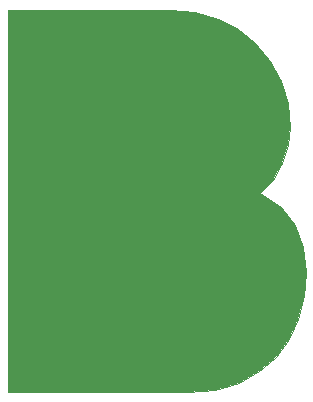
<source format=gbo>
G04 #@! TF.FileFunction,Legend,Bot*
%FSLAX46Y46*%
G04 Gerber Fmt 4.6, Leading zero omitted, Abs format (unit mm)*
G04 Created by KiCad (PCBNEW 4.0.0-rc2-stable) date 3/3/2016 3:42:14 PM*
%MOMM*%
G01*
G04 APERTURE LIST*
%ADD10C,0.150000*%
%ADD11C,0.025400*%
G04 APERTURE END LIST*
D10*
D11*
G36*
X67209140Y-18928832D02*
X69118164Y-19501418D01*
X70846838Y-20409724D01*
X72333240Y-21605908D01*
X73553836Y-23068834D01*
X74485489Y-24775384D01*
X75074677Y-26666434D01*
X75271461Y-28685261D01*
X75103656Y-30187615D01*
X74600202Y-31736814D01*
X73796800Y-33158034D01*
X72725953Y-34280035D01*
X72723265Y-34284300D01*
X72722486Y-34289885D01*
X72722636Y-34291640D01*
X72724054Y-34296477D01*
X72728108Y-34301032D01*
X74458684Y-35487696D01*
X75666207Y-37007410D01*
X76377309Y-38828485D01*
X76615173Y-40916124D01*
X76452864Y-42975329D01*
X75966913Y-44895695D01*
X75163216Y-46630973D01*
X74047148Y-48133864D01*
X72624451Y-49376538D01*
X70901437Y-50331388D01*
X68871339Y-50938439D01*
X66528841Y-51140860D01*
X51346967Y-51140860D01*
X51346967Y-18737554D01*
X65183985Y-18737554D01*
X67209140Y-18928832D01*
X67209140Y-18928832D01*
G37*
X67209140Y-18928832D02*
X69118164Y-19501418D01*
X70846838Y-20409724D01*
X72333240Y-21605908D01*
X73553836Y-23068834D01*
X74485489Y-24775384D01*
X75074677Y-26666434D01*
X75271461Y-28685261D01*
X75103656Y-30187615D01*
X74600202Y-31736814D01*
X73796800Y-33158034D01*
X72725953Y-34280035D01*
X72723265Y-34284300D01*
X72722486Y-34289885D01*
X72722636Y-34291640D01*
X72724054Y-34296477D01*
X72728108Y-34301032D01*
X74458684Y-35487696D01*
X75666207Y-37007410D01*
X76377309Y-38828485D01*
X76615173Y-40916124D01*
X76452864Y-42975329D01*
X75966913Y-44895695D01*
X75163216Y-46630973D01*
X74047148Y-48133864D01*
X72624451Y-49376538D01*
X70901437Y-50331388D01*
X68871339Y-50938439D01*
X66528841Y-51140860D01*
X51346967Y-51140860D01*
X51346967Y-18737554D01*
X65183985Y-18737554D01*
X67209140Y-18928832D01*
M02*

</source>
